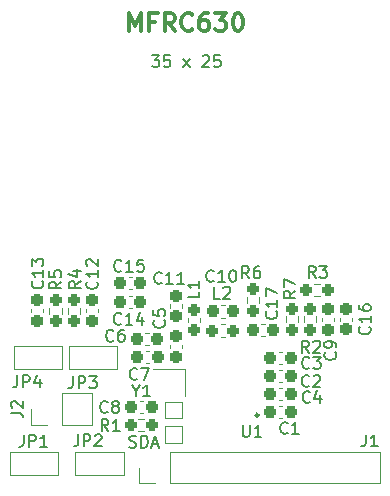
<source format=gto>
G04 #@! TF.GenerationSoftware,KiCad,Pcbnew,7.0.9*
G04 #@! TF.CreationDate,2024-04-20T19:04:57+02:00*
G04 #@! TF.ProjectId,NFC_Programmer,4e46435f-5072-46f6-9772-616d6d65722e,3.0*
G04 #@! TF.SameCoordinates,Original*
G04 #@! TF.FileFunction,Legend,Top*
G04 #@! TF.FilePolarity,Positive*
%FSLAX46Y46*%
G04 Gerber Fmt 4.6, Leading zero omitted, Abs format (unit mm)*
G04 Created by KiCad (PCBNEW 7.0.9) date 2024-04-20 19:04:57*
%MOMM*%
%LPD*%
G01*
G04 APERTURE LIST*
G04 Aperture macros list*
%AMRoundRect*
0 Rectangle with rounded corners*
0 $1 Rounding radius*
0 $2 $3 $4 $5 $6 $7 $8 $9 X,Y pos of 4 corners*
0 Add a 4 corners polygon primitive as box body*
4,1,4,$2,$3,$4,$5,$6,$7,$8,$9,$2,$3,0*
0 Add four circle primitives for the rounded corners*
1,1,$1+$1,$2,$3*
1,1,$1+$1,$4,$5*
1,1,$1+$1,$6,$7*
1,1,$1+$1,$8,$9*
0 Add four rect primitives between the rounded corners*
20,1,$1+$1,$2,$3,$4,$5,0*
20,1,$1+$1,$4,$5,$6,$7,0*
20,1,$1+$1,$6,$7,$8,$9,0*
20,1,$1+$1,$8,$9,$2,$3,0*%
G04 Aperture macros list end*
%ADD10C,0.153000*%
%ADD11C,0.300000*%
%ADD12C,0.120000*%
%ADD13C,0.250000*%
%ADD14RoundRect,0.237500X-0.237500X0.250000X-0.237500X-0.250000X0.237500X-0.250000X0.237500X0.250000X0*%
%ADD15RoundRect,0.237500X0.300000X0.237500X-0.300000X0.237500X-0.300000X-0.237500X0.300000X-0.237500X0*%
%ADD16RoundRect,0.237500X0.237500X-0.250000X0.237500X0.250000X-0.237500X0.250000X-0.237500X-0.250000X0*%
%ADD17R,1.000000X1.500000*%
%ADD18C,3.000000*%
%ADD19R,1.000000X1.000000*%
%ADD20R,1.700000X1.700000*%
%ADD21O,1.700000X1.700000*%
%ADD22RoundRect,0.237500X0.237500X-0.287500X0.237500X0.287500X-0.237500X0.287500X-0.237500X-0.287500X0*%
%ADD23R,0.900000X0.800000*%
%ADD24RoundRect,0.237500X0.237500X-0.300000X0.237500X0.300000X-0.237500X0.300000X-0.237500X-0.300000X0*%
%ADD25RoundRect,0.237500X-0.237500X0.300000X-0.237500X-0.300000X0.237500X-0.300000X0.237500X0.300000X0*%
%ADD26R,0.850000X0.300000*%
%ADD27R,0.300000X0.850000*%
%ADD28R,3.250000X3.250000*%
%ADD29RoundRect,0.237500X-0.300000X-0.237500X0.300000X-0.237500X0.300000X0.237500X-0.300000X0.237500X0*%
%ADD30RoundRect,0.237500X-0.250000X-0.237500X0.250000X-0.237500X0.250000X0.237500X-0.250000X0.237500X0*%
%ADD31RoundRect,0.237500X-0.287500X-0.237500X0.287500X-0.237500X0.287500X0.237500X-0.287500X0.237500X0*%
%ADD32RoundRect,0.237500X0.250000X0.237500X-0.250000X0.237500X-0.250000X-0.237500X0.250000X-0.237500X0*%
G04 APERTURE END LIST*
D10*
X137433514Y-73079663D02*
X138052561Y-73079663D01*
X138052561Y-73079663D02*
X137719228Y-73460615D01*
X137719228Y-73460615D02*
X137862085Y-73460615D01*
X137862085Y-73460615D02*
X137957323Y-73508234D01*
X137957323Y-73508234D02*
X138004942Y-73555853D01*
X138004942Y-73555853D02*
X138052561Y-73651091D01*
X138052561Y-73651091D02*
X138052561Y-73889186D01*
X138052561Y-73889186D02*
X138004942Y-73984424D01*
X138004942Y-73984424D02*
X137957323Y-74032044D01*
X137957323Y-74032044D02*
X137862085Y-74079663D01*
X137862085Y-74079663D02*
X137576371Y-74079663D01*
X137576371Y-74079663D02*
X137481133Y-74032044D01*
X137481133Y-74032044D02*
X137433514Y-73984424D01*
X138957323Y-73079663D02*
X138481133Y-73079663D01*
X138481133Y-73079663D02*
X138433514Y-73555853D01*
X138433514Y-73555853D02*
X138481133Y-73508234D01*
X138481133Y-73508234D02*
X138576371Y-73460615D01*
X138576371Y-73460615D02*
X138814466Y-73460615D01*
X138814466Y-73460615D02*
X138909704Y-73508234D01*
X138909704Y-73508234D02*
X138957323Y-73555853D01*
X138957323Y-73555853D02*
X139004942Y-73651091D01*
X139004942Y-73651091D02*
X139004942Y-73889186D01*
X139004942Y-73889186D02*
X138957323Y-73984424D01*
X138957323Y-73984424D02*
X138909704Y-74032044D01*
X138909704Y-74032044D02*
X138814466Y-74079663D01*
X138814466Y-74079663D02*
X138576371Y-74079663D01*
X138576371Y-74079663D02*
X138481133Y-74032044D01*
X138481133Y-74032044D02*
X138433514Y-73984424D01*
X140100181Y-74079663D02*
X140623990Y-73412996D01*
X140100181Y-73412996D02*
X140623990Y-74079663D01*
X141719229Y-73174901D02*
X141766848Y-73127282D01*
X141766848Y-73127282D02*
X141862086Y-73079663D01*
X141862086Y-73079663D02*
X142100181Y-73079663D01*
X142100181Y-73079663D02*
X142195419Y-73127282D01*
X142195419Y-73127282D02*
X142243038Y-73174901D01*
X142243038Y-73174901D02*
X142290657Y-73270139D01*
X142290657Y-73270139D02*
X142290657Y-73365377D01*
X142290657Y-73365377D02*
X142243038Y-73508234D01*
X142243038Y-73508234D02*
X141671610Y-74079663D01*
X141671610Y-74079663D02*
X142290657Y-74079663D01*
X143195419Y-73079663D02*
X142719229Y-73079663D01*
X142719229Y-73079663D02*
X142671610Y-73555853D01*
X142671610Y-73555853D02*
X142719229Y-73508234D01*
X142719229Y-73508234D02*
X142814467Y-73460615D01*
X142814467Y-73460615D02*
X143052562Y-73460615D01*
X143052562Y-73460615D02*
X143147800Y-73508234D01*
X143147800Y-73508234D02*
X143195419Y-73555853D01*
X143195419Y-73555853D02*
X143243038Y-73651091D01*
X143243038Y-73651091D02*
X143243038Y-73889186D01*
X143243038Y-73889186D02*
X143195419Y-73984424D01*
X143195419Y-73984424D02*
X143147800Y-74032044D01*
X143147800Y-74032044D02*
X143052562Y-74079663D01*
X143052562Y-74079663D02*
X142814467Y-74079663D01*
X142814467Y-74079663D02*
X142719229Y-74032044D01*
X142719229Y-74032044D02*
X142671610Y-73984424D01*
D11*
X135504510Y-71040828D02*
X135504510Y-69540828D01*
X135504510Y-69540828D02*
X136004510Y-70612257D01*
X136004510Y-70612257D02*
X136504510Y-69540828D01*
X136504510Y-69540828D02*
X136504510Y-71040828D01*
X137718796Y-70255114D02*
X137218796Y-70255114D01*
X137218796Y-71040828D02*
X137218796Y-69540828D01*
X137218796Y-69540828D02*
X137933082Y-69540828D01*
X139361653Y-71040828D02*
X138861653Y-70326542D01*
X138504510Y-71040828D02*
X138504510Y-69540828D01*
X138504510Y-69540828D02*
X139075939Y-69540828D01*
X139075939Y-69540828D02*
X139218796Y-69612257D01*
X139218796Y-69612257D02*
X139290225Y-69683685D01*
X139290225Y-69683685D02*
X139361653Y-69826542D01*
X139361653Y-69826542D02*
X139361653Y-70040828D01*
X139361653Y-70040828D02*
X139290225Y-70183685D01*
X139290225Y-70183685D02*
X139218796Y-70255114D01*
X139218796Y-70255114D02*
X139075939Y-70326542D01*
X139075939Y-70326542D02*
X138504510Y-70326542D01*
X140861653Y-70897971D02*
X140790225Y-70969400D01*
X140790225Y-70969400D02*
X140575939Y-71040828D01*
X140575939Y-71040828D02*
X140433082Y-71040828D01*
X140433082Y-71040828D02*
X140218796Y-70969400D01*
X140218796Y-70969400D02*
X140075939Y-70826542D01*
X140075939Y-70826542D02*
X140004510Y-70683685D01*
X140004510Y-70683685D02*
X139933082Y-70397971D01*
X139933082Y-70397971D02*
X139933082Y-70183685D01*
X139933082Y-70183685D02*
X140004510Y-69897971D01*
X140004510Y-69897971D02*
X140075939Y-69755114D01*
X140075939Y-69755114D02*
X140218796Y-69612257D01*
X140218796Y-69612257D02*
X140433082Y-69540828D01*
X140433082Y-69540828D02*
X140575939Y-69540828D01*
X140575939Y-69540828D02*
X140790225Y-69612257D01*
X140790225Y-69612257D02*
X140861653Y-69683685D01*
X142147368Y-69540828D02*
X141861653Y-69540828D01*
X141861653Y-69540828D02*
X141718796Y-69612257D01*
X141718796Y-69612257D02*
X141647368Y-69683685D01*
X141647368Y-69683685D02*
X141504510Y-69897971D01*
X141504510Y-69897971D02*
X141433082Y-70183685D01*
X141433082Y-70183685D02*
X141433082Y-70755114D01*
X141433082Y-70755114D02*
X141504510Y-70897971D01*
X141504510Y-70897971D02*
X141575939Y-70969400D01*
X141575939Y-70969400D02*
X141718796Y-71040828D01*
X141718796Y-71040828D02*
X142004510Y-71040828D01*
X142004510Y-71040828D02*
X142147368Y-70969400D01*
X142147368Y-70969400D02*
X142218796Y-70897971D01*
X142218796Y-70897971D02*
X142290225Y-70755114D01*
X142290225Y-70755114D02*
X142290225Y-70397971D01*
X142290225Y-70397971D02*
X142218796Y-70255114D01*
X142218796Y-70255114D02*
X142147368Y-70183685D01*
X142147368Y-70183685D02*
X142004510Y-70112257D01*
X142004510Y-70112257D02*
X141718796Y-70112257D01*
X141718796Y-70112257D02*
X141575939Y-70183685D01*
X141575939Y-70183685D02*
X141504510Y-70255114D01*
X141504510Y-70255114D02*
X141433082Y-70397971D01*
X142790224Y-69540828D02*
X143718796Y-69540828D01*
X143718796Y-69540828D02*
X143218796Y-70112257D01*
X143218796Y-70112257D02*
X143433081Y-70112257D01*
X143433081Y-70112257D02*
X143575939Y-70183685D01*
X143575939Y-70183685D02*
X143647367Y-70255114D01*
X143647367Y-70255114D02*
X143718796Y-70397971D01*
X143718796Y-70397971D02*
X143718796Y-70755114D01*
X143718796Y-70755114D02*
X143647367Y-70897971D01*
X143647367Y-70897971D02*
X143575939Y-70969400D01*
X143575939Y-70969400D02*
X143433081Y-71040828D01*
X143433081Y-71040828D02*
X143004510Y-71040828D01*
X143004510Y-71040828D02*
X142861653Y-70969400D01*
X142861653Y-70969400D02*
X142790224Y-70897971D01*
X144647367Y-69540828D02*
X144790224Y-69540828D01*
X144790224Y-69540828D02*
X144933081Y-69612257D01*
X144933081Y-69612257D02*
X145004510Y-69683685D01*
X145004510Y-69683685D02*
X145075938Y-69826542D01*
X145075938Y-69826542D02*
X145147367Y-70112257D01*
X145147367Y-70112257D02*
X145147367Y-70469400D01*
X145147367Y-70469400D02*
X145075938Y-70755114D01*
X145075938Y-70755114D02*
X145004510Y-70897971D01*
X145004510Y-70897971D02*
X144933081Y-70969400D01*
X144933081Y-70969400D02*
X144790224Y-71040828D01*
X144790224Y-71040828D02*
X144647367Y-71040828D01*
X144647367Y-71040828D02*
X144504510Y-70969400D01*
X144504510Y-70969400D02*
X144433081Y-70897971D01*
X144433081Y-70897971D02*
X144361652Y-70755114D01*
X144361652Y-70755114D02*
X144290224Y-70469400D01*
X144290224Y-70469400D02*
X144290224Y-70112257D01*
X144290224Y-70112257D02*
X144361652Y-69826542D01*
X144361652Y-69826542D02*
X144433081Y-69683685D01*
X144433081Y-69683685D02*
X144504510Y-69612257D01*
X144504510Y-69612257D02*
X144647367Y-69540828D01*
D10*
X150728333Y-98264663D02*
X150395000Y-97788472D01*
X150156905Y-98264663D02*
X150156905Y-97264663D01*
X150156905Y-97264663D02*
X150537857Y-97264663D01*
X150537857Y-97264663D02*
X150633095Y-97312282D01*
X150633095Y-97312282D02*
X150680714Y-97359901D01*
X150680714Y-97359901D02*
X150728333Y-97455139D01*
X150728333Y-97455139D02*
X150728333Y-97597996D01*
X150728333Y-97597996D02*
X150680714Y-97693234D01*
X150680714Y-97693234D02*
X150633095Y-97740853D01*
X150633095Y-97740853D02*
X150537857Y-97788472D01*
X150537857Y-97788472D02*
X150156905Y-97788472D01*
X151109286Y-97359901D02*
X151156905Y-97312282D01*
X151156905Y-97312282D02*
X151252143Y-97264663D01*
X151252143Y-97264663D02*
X151490238Y-97264663D01*
X151490238Y-97264663D02*
X151585476Y-97312282D01*
X151585476Y-97312282D02*
X151633095Y-97359901D01*
X151633095Y-97359901D02*
X151680714Y-97455139D01*
X151680714Y-97455139D02*
X151680714Y-97550377D01*
X151680714Y-97550377D02*
X151633095Y-97693234D01*
X151633095Y-97693234D02*
X151061667Y-98264663D01*
X151061667Y-98264663D02*
X151680714Y-98264663D01*
X147963674Y-94782857D02*
X148011294Y-94830476D01*
X148011294Y-94830476D02*
X148058913Y-94973333D01*
X148058913Y-94973333D02*
X148058913Y-95068571D01*
X148058913Y-95068571D02*
X148011294Y-95211428D01*
X148011294Y-95211428D02*
X147916055Y-95306666D01*
X147916055Y-95306666D02*
X147820817Y-95354285D01*
X147820817Y-95354285D02*
X147630341Y-95401904D01*
X147630341Y-95401904D02*
X147487484Y-95401904D01*
X147487484Y-95401904D02*
X147297008Y-95354285D01*
X147297008Y-95354285D02*
X147201770Y-95306666D01*
X147201770Y-95306666D02*
X147106532Y-95211428D01*
X147106532Y-95211428D02*
X147058913Y-95068571D01*
X147058913Y-95068571D02*
X147058913Y-94973333D01*
X147058913Y-94973333D02*
X147106532Y-94830476D01*
X147106532Y-94830476D02*
X147154151Y-94782857D01*
X148058913Y-93830476D02*
X148058913Y-94401904D01*
X148058913Y-94116190D02*
X147058913Y-94116190D01*
X147058913Y-94116190D02*
X147201770Y-94211428D01*
X147201770Y-94211428D02*
X147297008Y-94306666D01*
X147297008Y-94306666D02*
X147344627Y-94401904D01*
X147058913Y-93497142D02*
X147058913Y-92830476D01*
X147058913Y-92830476D02*
X148058913Y-93259047D01*
X145657583Y-91974663D02*
X145324250Y-91498472D01*
X145086155Y-91974663D02*
X145086155Y-90974663D01*
X145086155Y-90974663D02*
X145467107Y-90974663D01*
X145467107Y-90974663D02*
X145562345Y-91022282D01*
X145562345Y-91022282D02*
X145609964Y-91069901D01*
X145609964Y-91069901D02*
X145657583Y-91165139D01*
X145657583Y-91165139D02*
X145657583Y-91307996D01*
X145657583Y-91307996D02*
X145609964Y-91403234D01*
X145609964Y-91403234D02*
X145562345Y-91450853D01*
X145562345Y-91450853D02*
X145467107Y-91498472D01*
X145467107Y-91498472D02*
X145086155Y-91498472D01*
X146514726Y-90974663D02*
X146324250Y-90974663D01*
X146324250Y-90974663D02*
X146229012Y-91022282D01*
X146229012Y-91022282D02*
X146181393Y-91069901D01*
X146181393Y-91069901D02*
X146086155Y-91212758D01*
X146086155Y-91212758D02*
X146038536Y-91403234D01*
X146038536Y-91403234D02*
X146038536Y-91784186D01*
X146038536Y-91784186D02*
X146086155Y-91879424D01*
X146086155Y-91879424D02*
X146133774Y-91927044D01*
X146133774Y-91927044D02*
X146229012Y-91974663D01*
X146229012Y-91974663D02*
X146419488Y-91974663D01*
X146419488Y-91974663D02*
X146514726Y-91927044D01*
X146514726Y-91927044D02*
X146562345Y-91879424D01*
X146562345Y-91879424D02*
X146609964Y-91784186D01*
X146609964Y-91784186D02*
X146609964Y-91546091D01*
X146609964Y-91546091D02*
X146562345Y-91450853D01*
X146562345Y-91450853D02*
X146514726Y-91403234D01*
X146514726Y-91403234D02*
X146419488Y-91355615D01*
X146419488Y-91355615D02*
X146229012Y-91355615D01*
X146229012Y-91355615D02*
X146133774Y-91403234D01*
X146133774Y-91403234D02*
X146086155Y-91450853D01*
X146086155Y-91450853D02*
X146038536Y-91546091D01*
X130751666Y-100284663D02*
X130751666Y-100998948D01*
X130751666Y-100998948D02*
X130704047Y-101141805D01*
X130704047Y-101141805D02*
X130608809Y-101237044D01*
X130608809Y-101237044D02*
X130465952Y-101284663D01*
X130465952Y-101284663D02*
X130370714Y-101284663D01*
X131227857Y-101284663D02*
X131227857Y-100284663D01*
X131227857Y-100284663D02*
X131608809Y-100284663D01*
X131608809Y-100284663D02*
X131704047Y-100332282D01*
X131704047Y-100332282D02*
X131751666Y-100379901D01*
X131751666Y-100379901D02*
X131799285Y-100475139D01*
X131799285Y-100475139D02*
X131799285Y-100617996D01*
X131799285Y-100617996D02*
X131751666Y-100713234D01*
X131751666Y-100713234D02*
X131704047Y-100760853D01*
X131704047Y-100760853D02*
X131608809Y-100808472D01*
X131608809Y-100808472D02*
X131227857Y-100808472D01*
X132132619Y-100284663D02*
X132751666Y-100284663D01*
X132751666Y-100284663D02*
X132418333Y-100665615D01*
X132418333Y-100665615D02*
X132561190Y-100665615D01*
X132561190Y-100665615D02*
X132656428Y-100713234D01*
X132656428Y-100713234D02*
X132704047Y-100760853D01*
X132704047Y-100760853D02*
X132751666Y-100856091D01*
X132751666Y-100856091D02*
X132751666Y-101094186D01*
X132751666Y-101094186D02*
X132704047Y-101189424D01*
X132704047Y-101189424D02*
X132656428Y-101237044D01*
X132656428Y-101237044D02*
X132561190Y-101284663D01*
X132561190Y-101284663D02*
X132275476Y-101284663D01*
X132275476Y-101284663D02*
X132180238Y-101237044D01*
X132180238Y-101237044D02*
X132132619Y-101189424D01*
X135535714Y-106267044D02*
X135678571Y-106314663D01*
X135678571Y-106314663D02*
X135916666Y-106314663D01*
X135916666Y-106314663D02*
X136011904Y-106267044D01*
X136011904Y-106267044D02*
X136059523Y-106219424D01*
X136059523Y-106219424D02*
X136107142Y-106124186D01*
X136107142Y-106124186D02*
X136107142Y-106028948D01*
X136107142Y-106028948D02*
X136059523Y-105933710D01*
X136059523Y-105933710D02*
X136011904Y-105886091D01*
X136011904Y-105886091D02*
X135916666Y-105838472D01*
X135916666Y-105838472D02*
X135726190Y-105790853D01*
X135726190Y-105790853D02*
X135630952Y-105743234D01*
X135630952Y-105743234D02*
X135583333Y-105695615D01*
X135583333Y-105695615D02*
X135535714Y-105600377D01*
X135535714Y-105600377D02*
X135535714Y-105505139D01*
X135535714Y-105505139D02*
X135583333Y-105409901D01*
X135583333Y-105409901D02*
X135630952Y-105362282D01*
X135630952Y-105362282D02*
X135726190Y-105314663D01*
X135726190Y-105314663D02*
X135964285Y-105314663D01*
X135964285Y-105314663D02*
X136107142Y-105362282D01*
X136535714Y-106314663D02*
X136535714Y-105314663D01*
X136535714Y-105314663D02*
X136773809Y-105314663D01*
X136773809Y-105314663D02*
X136916666Y-105362282D01*
X136916666Y-105362282D02*
X137011904Y-105457520D01*
X137011904Y-105457520D02*
X137059523Y-105552758D01*
X137059523Y-105552758D02*
X137107142Y-105743234D01*
X137107142Y-105743234D02*
X137107142Y-105886091D01*
X137107142Y-105886091D02*
X137059523Y-106076567D01*
X137059523Y-106076567D02*
X137011904Y-106171805D01*
X137011904Y-106171805D02*
X136916666Y-106267044D01*
X136916666Y-106267044D02*
X136773809Y-106314663D01*
X136773809Y-106314663D02*
X136535714Y-106314663D01*
X137488095Y-106028948D02*
X137964285Y-106028948D01*
X137392857Y-106314663D02*
X137726190Y-105314663D01*
X137726190Y-105314663D02*
X138059523Y-106314663D01*
X134173333Y-97239424D02*
X134125714Y-97287044D01*
X134125714Y-97287044D02*
X133982857Y-97334663D01*
X133982857Y-97334663D02*
X133887619Y-97334663D01*
X133887619Y-97334663D02*
X133744762Y-97287044D01*
X133744762Y-97287044D02*
X133649524Y-97191805D01*
X133649524Y-97191805D02*
X133601905Y-97096567D01*
X133601905Y-97096567D02*
X133554286Y-96906091D01*
X133554286Y-96906091D02*
X133554286Y-96763234D01*
X133554286Y-96763234D02*
X133601905Y-96572758D01*
X133601905Y-96572758D02*
X133649524Y-96477520D01*
X133649524Y-96477520D02*
X133744762Y-96382282D01*
X133744762Y-96382282D02*
X133887619Y-96334663D01*
X133887619Y-96334663D02*
X133982857Y-96334663D01*
X133982857Y-96334663D02*
X134125714Y-96382282D01*
X134125714Y-96382282D02*
X134173333Y-96429901D01*
X135030476Y-96334663D02*
X134840000Y-96334663D01*
X134840000Y-96334663D02*
X134744762Y-96382282D01*
X134744762Y-96382282D02*
X134697143Y-96429901D01*
X134697143Y-96429901D02*
X134601905Y-96572758D01*
X134601905Y-96572758D02*
X134554286Y-96763234D01*
X134554286Y-96763234D02*
X134554286Y-97144186D01*
X134554286Y-97144186D02*
X134601905Y-97239424D01*
X134601905Y-97239424D02*
X134649524Y-97287044D01*
X134649524Y-97287044D02*
X134744762Y-97334663D01*
X134744762Y-97334663D02*
X134935238Y-97334663D01*
X134935238Y-97334663D02*
X135030476Y-97287044D01*
X135030476Y-97287044D02*
X135078095Y-97239424D01*
X135078095Y-97239424D02*
X135125714Y-97144186D01*
X135125714Y-97144186D02*
X135125714Y-96906091D01*
X135125714Y-96906091D02*
X135078095Y-96810853D01*
X135078095Y-96810853D02*
X135030476Y-96763234D01*
X135030476Y-96763234D02*
X134935238Y-96715615D01*
X134935238Y-96715615D02*
X134744762Y-96715615D01*
X134744762Y-96715615D02*
X134649524Y-96763234D01*
X134649524Y-96763234D02*
X134601905Y-96810853D01*
X134601905Y-96810853D02*
X134554286Y-96906091D01*
X125514663Y-103383333D02*
X126228948Y-103383333D01*
X126228948Y-103383333D02*
X126371805Y-103430952D01*
X126371805Y-103430952D02*
X126467044Y-103526190D01*
X126467044Y-103526190D02*
X126514663Y-103669047D01*
X126514663Y-103669047D02*
X126514663Y-103764285D01*
X125609901Y-102954761D02*
X125562282Y-102907142D01*
X125562282Y-102907142D02*
X125514663Y-102811904D01*
X125514663Y-102811904D02*
X125514663Y-102573809D01*
X125514663Y-102573809D02*
X125562282Y-102478571D01*
X125562282Y-102478571D02*
X125609901Y-102430952D01*
X125609901Y-102430952D02*
X125705139Y-102383333D01*
X125705139Y-102383333D02*
X125800377Y-102383333D01*
X125800377Y-102383333D02*
X125943234Y-102430952D01*
X125943234Y-102430952D02*
X126514663Y-103002380D01*
X126514663Y-103002380D02*
X126514663Y-102383333D01*
X141448913Y-93101666D02*
X141448913Y-93577856D01*
X141448913Y-93577856D02*
X140448913Y-93577856D01*
X141448913Y-92244523D02*
X141448913Y-92815951D01*
X141448913Y-92530237D02*
X140448913Y-92530237D01*
X140448913Y-92530237D02*
X140591770Y-92625475D01*
X140591770Y-92625475D02*
X140687008Y-92720713D01*
X140687008Y-92720713D02*
X140734627Y-92815951D01*
X134827142Y-95809424D02*
X134779523Y-95857044D01*
X134779523Y-95857044D02*
X134636666Y-95904663D01*
X134636666Y-95904663D02*
X134541428Y-95904663D01*
X134541428Y-95904663D02*
X134398571Y-95857044D01*
X134398571Y-95857044D02*
X134303333Y-95761805D01*
X134303333Y-95761805D02*
X134255714Y-95666567D01*
X134255714Y-95666567D02*
X134208095Y-95476091D01*
X134208095Y-95476091D02*
X134208095Y-95333234D01*
X134208095Y-95333234D02*
X134255714Y-95142758D01*
X134255714Y-95142758D02*
X134303333Y-95047520D01*
X134303333Y-95047520D02*
X134398571Y-94952282D01*
X134398571Y-94952282D02*
X134541428Y-94904663D01*
X134541428Y-94904663D02*
X134636666Y-94904663D01*
X134636666Y-94904663D02*
X134779523Y-94952282D01*
X134779523Y-94952282D02*
X134827142Y-94999901D01*
X135779523Y-95904663D02*
X135208095Y-95904663D01*
X135493809Y-95904663D02*
X135493809Y-94904663D01*
X135493809Y-94904663D02*
X135398571Y-95047520D01*
X135398571Y-95047520D02*
X135303333Y-95142758D01*
X135303333Y-95142758D02*
X135208095Y-95190377D01*
X136636666Y-95237996D02*
X136636666Y-95904663D01*
X136398571Y-94857044D02*
X136160476Y-95571329D01*
X136160476Y-95571329D02*
X136779523Y-95571329D01*
X136085559Y-101498472D02*
X136085559Y-101974663D01*
X135752226Y-100974663D02*
X136085559Y-101498472D01*
X136085559Y-101498472D02*
X136418892Y-100974663D01*
X137276035Y-101974663D02*
X136704607Y-101974663D01*
X136990321Y-101974663D02*
X136990321Y-100974663D01*
X136990321Y-100974663D02*
X136895083Y-101117520D01*
X136895083Y-101117520D02*
X136799845Y-101212758D01*
X136799845Y-101212758D02*
X136704607Y-101260377D01*
X138454424Y-95536666D02*
X138502044Y-95584285D01*
X138502044Y-95584285D02*
X138549663Y-95727142D01*
X138549663Y-95727142D02*
X138549663Y-95822380D01*
X138549663Y-95822380D02*
X138502044Y-95965237D01*
X138502044Y-95965237D02*
X138406805Y-96060475D01*
X138406805Y-96060475D02*
X138311567Y-96108094D01*
X138311567Y-96108094D02*
X138121091Y-96155713D01*
X138121091Y-96155713D02*
X137978234Y-96155713D01*
X137978234Y-96155713D02*
X137787758Y-96108094D01*
X137787758Y-96108094D02*
X137692520Y-96060475D01*
X137692520Y-96060475D02*
X137597282Y-95965237D01*
X137597282Y-95965237D02*
X137549663Y-95822380D01*
X137549663Y-95822380D02*
X137549663Y-95727142D01*
X137549663Y-95727142D02*
X137597282Y-95584285D01*
X137597282Y-95584285D02*
X137644901Y-95536666D01*
X137549663Y-94631904D02*
X137549663Y-95108094D01*
X137549663Y-95108094D02*
X138025853Y-95155713D01*
X138025853Y-95155713D02*
X137978234Y-95108094D01*
X137978234Y-95108094D02*
X137930615Y-95012856D01*
X137930615Y-95012856D02*
X137930615Y-94774761D01*
X137930615Y-94774761D02*
X137978234Y-94679523D01*
X137978234Y-94679523D02*
X138025853Y-94631904D01*
X138025853Y-94631904D02*
X138121091Y-94584285D01*
X138121091Y-94584285D02*
X138359186Y-94584285D01*
X138359186Y-94584285D02*
X138454424Y-94631904D01*
X138454424Y-94631904D02*
X138502044Y-94679523D01*
X138502044Y-94679523D02*
X138549663Y-94774761D01*
X138549663Y-94774761D02*
X138549663Y-95012856D01*
X138549663Y-95012856D02*
X138502044Y-95108094D01*
X138502044Y-95108094D02*
X138454424Y-95155713D01*
X138251392Y-92359424D02*
X138203773Y-92407044D01*
X138203773Y-92407044D02*
X138060916Y-92454663D01*
X138060916Y-92454663D02*
X137965678Y-92454663D01*
X137965678Y-92454663D02*
X137822821Y-92407044D01*
X137822821Y-92407044D02*
X137727583Y-92311805D01*
X137727583Y-92311805D02*
X137679964Y-92216567D01*
X137679964Y-92216567D02*
X137632345Y-92026091D01*
X137632345Y-92026091D02*
X137632345Y-91883234D01*
X137632345Y-91883234D02*
X137679964Y-91692758D01*
X137679964Y-91692758D02*
X137727583Y-91597520D01*
X137727583Y-91597520D02*
X137822821Y-91502282D01*
X137822821Y-91502282D02*
X137965678Y-91454663D01*
X137965678Y-91454663D02*
X138060916Y-91454663D01*
X138060916Y-91454663D02*
X138203773Y-91502282D01*
X138203773Y-91502282D02*
X138251392Y-91549901D01*
X139203773Y-92454663D02*
X138632345Y-92454663D01*
X138918059Y-92454663D02*
X138918059Y-91454663D01*
X138918059Y-91454663D02*
X138822821Y-91597520D01*
X138822821Y-91597520D02*
X138727583Y-91692758D01*
X138727583Y-91692758D02*
X138632345Y-91740377D01*
X140156154Y-92454663D02*
X139584726Y-92454663D01*
X139870440Y-92454663D02*
X139870440Y-91454663D01*
X139870440Y-91454663D02*
X139775202Y-91597520D01*
X139775202Y-91597520D02*
X139679964Y-91692758D01*
X139679964Y-91692758D02*
X139584726Y-91740377D01*
X145128095Y-104384663D02*
X145128095Y-105194186D01*
X145128095Y-105194186D02*
X145175714Y-105289424D01*
X145175714Y-105289424D02*
X145223333Y-105337044D01*
X145223333Y-105337044D02*
X145318571Y-105384663D01*
X145318571Y-105384663D02*
X145509047Y-105384663D01*
X145509047Y-105384663D02*
X145604285Y-105337044D01*
X145604285Y-105337044D02*
X145651904Y-105289424D01*
X145651904Y-105289424D02*
X145699523Y-105194186D01*
X145699523Y-105194186D02*
X145699523Y-104384663D01*
X146699523Y-105384663D02*
X146128095Y-105384663D01*
X146413809Y-105384663D02*
X146413809Y-104384663D01*
X146413809Y-104384663D02*
X146318571Y-104527520D01*
X146318571Y-104527520D02*
X146223333Y-104622758D01*
X146223333Y-104622758D02*
X146128095Y-104670377D01*
X155546666Y-105214663D02*
X155546666Y-105928948D01*
X155546666Y-105928948D02*
X155499047Y-106071805D01*
X155499047Y-106071805D02*
X155403809Y-106167044D01*
X155403809Y-106167044D02*
X155260952Y-106214663D01*
X155260952Y-106214663D02*
X155165714Y-106214663D01*
X156546666Y-106214663D02*
X155975238Y-106214663D01*
X156260952Y-106214663D02*
X156260952Y-105214663D01*
X156260952Y-105214663D02*
X156165714Y-105357520D01*
X156165714Y-105357520D02*
X156070476Y-105452758D01*
X156070476Y-105452758D02*
X155975238Y-105500377D01*
X131389663Y-92229166D02*
X130913472Y-92562499D01*
X131389663Y-92800594D02*
X130389663Y-92800594D01*
X130389663Y-92800594D02*
X130389663Y-92419642D01*
X130389663Y-92419642D02*
X130437282Y-92324404D01*
X130437282Y-92324404D02*
X130484901Y-92276785D01*
X130484901Y-92276785D02*
X130580139Y-92229166D01*
X130580139Y-92229166D02*
X130722996Y-92229166D01*
X130722996Y-92229166D02*
X130818234Y-92276785D01*
X130818234Y-92276785D02*
X130865853Y-92324404D01*
X130865853Y-92324404D02*
X130913472Y-92419642D01*
X130913472Y-92419642D02*
X130913472Y-92800594D01*
X130722996Y-91372023D02*
X131389663Y-91372023D01*
X130342044Y-91610118D02*
X131056329Y-91848213D01*
X131056329Y-91848213D02*
X131056329Y-91229166D01*
X152944424Y-98246666D02*
X152992044Y-98294285D01*
X152992044Y-98294285D02*
X153039663Y-98437142D01*
X153039663Y-98437142D02*
X153039663Y-98532380D01*
X153039663Y-98532380D02*
X152992044Y-98675237D01*
X152992044Y-98675237D02*
X152896805Y-98770475D01*
X152896805Y-98770475D02*
X152801567Y-98818094D01*
X152801567Y-98818094D02*
X152611091Y-98865713D01*
X152611091Y-98865713D02*
X152468234Y-98865713D01*
X152468234Y-98865713D02*
X152277758Y-98818094D01*
X152277758Y-98818094D02*
X152182520Y-98770475D01*
X152182520Y-98770475D02*
X152087282Y-98675237D01*
X152087282Y-98675237D02*
X152039663Y-98532380D01*
X152039663Y-98532380D02*
X152039663Y-98437142D01*
X152039663Y-98437142D02*
X152087282Y-98294285D01*
X152087282Y-98294285D02*
X152134901Y-98246666D01*
X153039663Y-97770475D02*
X153039663Y-97579999D01*
X153039663Y-97579999D02*
X152992044Y-97484761D01*
X152992044Y-97484761D02*
X152944424Y-97437142D01*
X152944424Y-97437142D02*
X152801567Y-97341904D01*
X152801567Y-97341904D02*
X152611091Y-97294285D01*
X152611091Y-97294285D02*
X152230139Y-97294285D01*
X152230139Y-97294285D02*
X152134901Y-97341904D01*
X152134901Y-97341904D02*
X152087282Y-97389523D01*
X152087282Y-97389523D02*
X152039663Y-97484761D01*
X152039663Y-97484761D02*
X152039663Y-97675237D01*
X152039663Y-97675237D02*
X152087282Y-97770475D01*
X152087282Y-97770475D02*
X152134901Y-97818094D01*
X152134901Y-97818094D02*
X152230139Y-97865713D01*
X152230139Y-97865713D02*
X152468234Y-97865713D01*
X152468234Y-97865713D02*
X152563472Y-97818094D01*
X152563472Y-97818094D02*
X152611091Y-97770475D01*
X152611091Y-97770475D02*
X152658710Y-97675237D01*
X152658710Y-97675237D02*
X152658710Y-97484761D01*
X152658710Y-97484761D02*
X152611091Y-97389523D01*
X152611091Y-97389523D02*
X152563472Y-97341904D01*
X152563472Y-97341904D02*
X152468234Y-97294285D01*
X134857142Y-91319424D02*
X134809523Y-91367044D01*
X134809523Y-91367044D02*
X134666666Y-91414663D01*
X134666666Y-91414663D02*
X134571428Y-91414663D01*
X134571428Y-91414663D02*
X134428571Y-91367044D01*
X134428571Y-91367044D02*
X134333333Y-91271805D01*
X134333333Y-91271805D02*
X134285714Y-91176567D01*
X134285714Y-91176567D02*
X134238095Y-90986091D01*
X134238095Y-90986091D02*
X134238095Y-90843234D01*
X134238095Y-90843234D02*
X134285714Y-90652758D01*
X134285714Y-90652758D02*
X134333333Y-90557520D01*
X134333333Y-90557520D02*
X134428571Y-90462282D01*
X134428571Y-90462282D02*
X134571428Y-90414663D01*
X134571428Y-90414663D02*
X134666666Y-90414663D01*
X134666666Y-90414663D02*
X134809523Y-90462282D01*
X134809523Y-90462282D02*
X134857142Y-90509901D01*
X135809523Y-91414663D02*
X135238095Y-91414663D01*
X135523809Y-91414663D02*
X135523809Y-90414663D01*
X135523809Y-90414663D02*
X135428571Y-90557520D01*
X135428571Y-90557520D02*
X135333333Y-90652758D01*
X135333333Y-90652758D02*
X135238095Y-90700377D01*
X136714285Y-90414663D02*
X136238095Y-90414663D01*
X136238095Y-90414663D02*
X136190476Y-90890853D01*
X136190476Y-90890853D02*
X136238095Y-90843234D01*
X136238095Y-90843234D02*
X136333333Y-90795615D01*
X136333333Y-90795615D02*
X136571428Y-90795615D01*
X136571428Y-90795615D02*
X136666666Y-90843234D01*
X136666666Y-90843234D02*
X136714285Y-90890853D01*
X136714285Y-90890853D02*
X136761904Y-90986091D01*
X136761904Y-90986091D02*
X136761904Y-91224186D01*
X136761904Y-91224186D02*
X136714285Y-91319424D01*
X136714285Y-91319424D02*
X136666666Y-91367044D01*
X136666666Y-91367044D02*
X136571428Y-91414663D01*
X136571428Y-91414663D02*
X136333333Y-91414663D01*
X136333333Y-91414663D02*
X136238095Y-91367044D01*
X136238095Y-91367044D02*
X136190476Y-91319424D01*
X150773333Y-99539424D02*
X150725714Y-99587044D01*
X150725714Y-99587044D02*
X150582857Y-99634663D01*
X150582857Y-99634663D02*
X150487619Y-99634663D01*
X150487619Y-99634663D02*
X150344762Y-99587044D01*
X150344762Y-99587044D02*
X150249524Y-99491805D01*
X150249524Y-99491805D02*
X150201905Y-99396567D01*
X150201905Y-99396567D02*
X150154286Y-99206091D01*
X150154286Y-99206091D02*
X150154286Y-99063234D01*
X150154286Y-99063234D02*
X150201905Y-98872758D01*
X150201905Y-98872758D02*
X150249524Y-98777520D01*
X150249524Y-98777520D02*
X150344762Y-98682282D01*
X150344762Y-98682282D02*
X150487619Y-98634663D01*
X150487619Y-98634663D02*
X150582857Y-98634663D01*
X150582857Y-98634663D02*
X150725714Y-98682282D01*
X150725714Y-98682282D02*
X150773333Y-98729901D01*
X151106667Y-98634663D02*
X151725714Y-98634663D01*
X151725714Y-98634663D02*
X151392381Y-99015615D01*
X151392381Y-99015615D02*
X151535238Y-99015615D01*
X151535238Y-99015615D02*
X151630476Y-99063234D01*
X151630476Y-99063234D02*
X151678095Y-99110853D01*
X151678095Y-99110853D02*
X151725714Y-99206091D01*
X151725714Y-99206091D02*
X151725714Y-99444186D01*
X151725714Y-99444186D02*
X151678095Y-99539424D01*
X151678095Y-99539424D02*
X151630476Y-99587044D01*
X151630476Y-99587044D02*
X151535238Y-99634663D01*
X151535238Y-99634663D02*
X151249524Y-99634663D01*
X151249524Y-99634663D02*
X151154286Y-99587044D01*
X151154286Y-99587044D02*
X151106667Y-99539424D01*
X150753333Y-101069424D02*
X150705714Y-101117044D01*
X150705714Y-101117044D02*
X150562857Y-101164663D01*
X150562857Y-101164663D02*
X150467619Y-101164663D01*
X150467619Y-101164663D02*
X150324762Y-101117044D01*
X150324762Y-101117044D02*
X150229524Y-101021805D01*
X150229524Y-101021805D02*
X150181905Y-100926567D01*
X150181905Y-100926567D02*
X150134286Y-100736091D01*
X150134286Y-100736091D02*
X150134286Y-100593234D01*
X150134286Y-100593234D02*
X150181905Y-100402758D01*
X150181905Y-100402758D02*
X150229524Y-100307520D01*
X150229524Y-100307520D02*
X150324762Y-100212282D01*
X150324762Y-100212282D02*
X150467619Y-100164663D01*
X150467619Y-100164663D02*
X150562857Y-100164663D01*
X150562857Y-100164663D02*
X150705714Y-100212282D01*
X150705714Y-100212282D02*
X150753333Y-100259901D01*
X151134286Y-100259901D02*
X151181905Y-100212282D01*
X151181905Y-100212282D02*
X151277143Y-100164663D01*
X151277143Y-100164663D02*
X151515238Y-100164663D01*
X151515238Y-100164663D02*
X151610476Y-100212282D01*
X151610476Y-100212282D02*
X151658095Y-100259901D01*
X151658095Y-100259901D02*
X151705714Y-100355139D01*
X151705714Y-100355139D02*
X151705714Y-100450377D01*
X151705714Y-100450377D02*
X151658095Y-100593234D01*
X151658095Y-100593234D02*
X151086667Y-101164663D01*
X151086667Y-101164663D02*
X151705714Y-101164663D01*
X149589663Y-93036666D02*
X149113472Y-93369999D01*
X149589663Y-93608094D02*
X148589663Y-93608094D01*
X148589663Y-93608094D02*
X148589663Y-93227142D01*
X148589663Y-93227142D02*
X148637282Y-93131904D01*
X148637282Y-93131904D02*
X148684901Y-93084285D01*
X148684901Y-93084285D02*
X148780139Y-93036666D01*
X148780139Y-93036666D02*
X148922996Y-93036666D01*
X148922996Y-93036666D02*
X149018234Y-93084285D01*
X149018234Y-93084285D02*
X149065853Y-93131904D01*
X149065853Y-93131904D02*
X149113472Y-93227142D01*
X149113472Y-93227142D02*
X149113472Y-93608094D01*
X148589663Y-92703332D02*
X148589663Y-92036666D01*
X148589663Y-92036666D02*
X149589663Y-92465237D01*
X155854424Y-96082857D02*
X155902044Y-96130476D01*
X155902044Y-96130476D02*
X155949663Y-96273333D01*
X155949663Y-96273333D02*
X155949663Y-96368571D01*
X155949663Y-96368571D02*
X155902044Y-96511428D01*
X155902044Y-96511428D02*
X155806805Y-96606666D01*
X155806805Y-96606666D02*
X155711567Y-96654285D01*
X155711567Y-96654285D02*
X155521091Y-96701904D01*
X155521091Y-96701904D02*
X155378234Y-96701904D01*
X155378234Y-96701904D02*
X155187758Y-96654285D01*
X155187758Y-96654285D02*
X155092520Y-96606666D01*
X155092520Y-96606666D02*
X154997282Y-96511428D01*
X154997282Y-96511428D02*
X154949663Y-96368571D01*
X154949663Y-96368571D02*
X154949663Y-96273333D01*
X154949663Y-96273333D02*
X154997282Y-96130476D01*
X154997282Y-96130476D02*
X155044901Y-96082857D01*
X155949663Y-95130476D02*
X155949663Y-95701904D01*
X155949663Y-95416190D02*
X154949663Y-95416190D01*
X154949663Y-95416190D02*
X155092520Y-95511428D01*
X155092520Y-95511428D02*
X155187758Y-95606666D01*
X155187758Y-95606666D02*
X155235377Y-95701904D01*
X154949663Y-94273333D02*
X154949663Y-94463809D01*
X154949663Y-94463809D02*
X154997282Y-94559047D01*
X154997282Y-94559047D02*
X155044901Y-94606666D01*
X155044901Y-94606666D02*
X155187758Y-94701904D01*
X155187758Y-94701904D02*
X155378234Y-94749523D01*
X155378234Y-94749523D02*
X155759186Y-94749523D01*
X155759186Y-94749523D02*
X155854424Y-94701904D01*
X155854424Y-94701904D02*
X155902044Y-94654285D01*
X155902044Y-94654285D02*
X155949663Y-94559047D01*
X155949663Y-94559047D02*
X155949663Y-94368571D01*
X155949663Y-94368571D02*
X155902044Y-94273333D01*
X155902044Y-94273333D02*
X155854424Y-94225714D01*
X155854424Y-94225714D02*
X155759186Y-94178095D01*
X155759186Y-94178095D02*
X155521091Y-94178095D01*
X155521091Y-94178095D02*
X155425853Y-94225714D01*
X155425853Y-94225714D02*
X155378234Y-94273333D01*
X155378234Y-94273333D02*
X155330615Y-94368571D01*
X155330615Y-94368571D02*
X155330615Y-94559047D01*
X155330615Y-94559047D02*
X155378234Y-94654285D01*
X155378234Y-94654285D02*
X155425853Y-94701904D01*
X155425853Y-94701904D02*
X155521091Y-94749523D01*
X150808333Y-102429424D02*
X150760714Y-102477044D01*
X150760714Y-102477044D02*
X150617857Y-102524663D01*
X150617857Y-102524663D02*
X150522619Y-102524663D01*
X150522619Y-102524663D02*
X150379762Y-102477044D01*
X150379762Y-102477044D02*
X150284524Y-102381805D01*
X150284524Y-102381805D02*
X150236905Y-102286567D01*
X150236905Y-102286567D02*
X150189286Y-102096091D01*
X150189286Y-102096091D02*
X150189286Y-101953234D01*
X150189286Y-101953234D02*
X150236905Y-101762758D01*
X150236905Y-101762758D02*
X150284524Y-101667520D01*
X150284524Y-101667520D02*
X150379762Y-101572282D01*
X150379762Y-101572282D02*
X150522619Y-101524663D01*
X150522619Y-101524663D02*
X150617857Y-101524663D01*
X150617857Y-101524663D02*
X150760714Y-101572282D01*
X150760714Y-101572282D02*
X150808333Y-101619901D01*
X151665476Y-101857996D02*
X151665476Y-102524663D01*
X151427381Y-101477044D02*
X151189286Y-102191329D01*
X151189286Y-102191329D02*
X151808333Y-102191329D01*
X129759663Y-92259166D02*
X129283472Y-92592499D01*
X129759663Y-92830594D02*
X128759663Y-92830594D01*
X128759663Y-92830594D02*
X128759663Y-92449642D01*
X128759663Y-92449642D02*
X128807282Y-92354404D01*
X128807282Y-92354404D02*
X128854901Y-92306785D01*
X128854901Y-92306785D02*
X128950139Y-92259166D01*
X128950139Y-92259166D02*
X129092996Y-92259166D01*
X129092996Y-92259166D02*
X129188234Y-92306785D01*
X129188234Y-92306785D02*
X129235853Y-92354404D01*
X129235853Y-92354404D02*
X129283472Y-92449642D01*
X129283472Y-92449642D02*
X129283472Y-92830594D01*
X128759663Y-91354404D02*
X128759663Y-91830594D01*
X128759663Y-91830594D02*
X129235853Y-91878213D01*
X129235853Y-91878213D02*
X129188234Y-91830594D01*
X129188234Y-91830594D02*
X129140615Y-91735356D01*
X129140615Y-91735356D02*
X129140615Y-91497261D01*
X129140615Y-91497261D02*
X129188234Y-91402023D01*
X129188234Y-91402023D02*
X129235853Y-91354404D01*
X129235853Y-91354404D02*
X129331091Y-91306785D01*
X129331091Y-91306785D02*
X129569186Y-91306785D01*
X129569186Y-91306785D02*
X129664424Y-91354404D01*
X129664424Y-91354404D02*
X129712044Y-91402023D01*
X129712044Y-91402023D02*
X129759663Y-91497261D01*
X129759663Y-91497261D02*
X129759663Y-91735356D01*
X129759663Y-91735356D02*
X129712044Y-91830594D01*
X129712044Y-91830594D02*
X129664424Y-91878213D01*
X151288333Y-91934663D02*
X150955000Y-91458472D01*
X150716905Y-91934663D02*
X150716905Y-90934663D01*
X150716905Y-90934663D02*
X151097857Y-90934663D01*
X151097857Y-90934663D02*
X151193095Y-90982282D01*
X151193095Y-90982282D02*
X151240714Y-91029901D01*
X151240714Y-91029901D02*
X151288333Y-91125139D01*
X151288333Y-91125139D02*
X151288333Y-91267996D01*
X151288333Y-91267996D02*
X151240714Y-91363234D01*
X151240714Y-91363234D02*
X151193095Y-91410853D01*
X151193095Y-91410853D02*
X151097857Y-91458472D01*
X151097857Y-91458472D02*
X150716905Y-91458472D01*
X151621667Y-90934663D02*
X152240714Y-90934663D01*
X152240714Y-90934663D02*
X151907381Y-91315615D01*
X151907381Y-91315615D02*
X152050238Y-91315615D01*
X152050238Y-91315615D02*
X152145476Y-91363234D01*
X152145476Y-91363234D02*
X152193095Y-91410853D01*
X152193095Y-91410853D02*
X152240714Y-91506091D01*
X152240714Y-91506091D02*
X152240714Y-91744186D01*
X152240714Y-91744186D02*
X152193095Y-91839424D01*
X152193095Y-91839424D02*
X152145476Y-91887044D01*
X152145476Y-91887044D02*
X152050238Y-91934663D01*
X152050238Y-91934663D02*
X151764524Y-91934663D01*
X151764524Y-91934663D02*
X151669286Y-91887044D01*
X151669286Y-91887044D02*
X151621667Y-91839424D01*
X132769424Y-92252857D02*
X132817044Y-92300476D01*
X132817044Y-92300476D02*
X132864663Y-92443333D01*
X132864663Y-92443333D02*
X132864663Y-92538571D01*
X132864663Y-92538571D02*
X132817044Y-92681428D01*
X132817044Y-92681428D02*
X132721805Y-92776666D01*
X132721805Y-92776666D02*
X132626567Y-92824285D01*
X132626567Y-92824285D02*
X132436091Y-92871904D01*
X132436091Y-92871904D02*
X132293234Y-92871904D01*
X132293234Y-92871904D02*
X132102758Y-92824285D01*
X132102758Y-92824285D02*
X132007520Y-92776666D01*
X132007520Y-92776666D02*
X131912282Y-92681428D01*
X131912282Y-92681428D02*
X131864663Y-92538571D01*
X131864663Y-92538571D02*
X131864663Y-92443333D01*
X131864663Y-92443333D02*
X131912282Y-92300476D01*
X131912282Y-92300476D02*
X131959901Y-92252857D01*
X132864663Y-91300476D02*
X132864663Y-91871904D01*
X132864663Y-91586190D02*
X131864663Y-91586190D01*
X131864663Y-91586190D02*
X132007520Y-91681428D01*
X132007520Y-91681428D02*
X132102758Y-91776666D01*
X132102758Y-91776666D02*
X132150377Y-91871904D01*
X131959901Y-90919523D02*
X131912282Y-90871904D01*
X131912282Y-90871904D02*
X131864663Y-90776666D01*
X131864663Y-90776666D02*
X131864663Y-90538571D01*
X131864663Y-90538571D02*
X131912282Y-90443333D01*
X131912282Y-90443333D02*
X131959901Y-90395714D01*
X131959901Y-90395714D02*
X132055139Y-90348095D01*
X132055139Y-90348095D02*
X132150377Y-90348095D01*
X132150377Y-90348095D02*
X132293234Y-90395714D01*
X132293234Y-90395714D02*
X132864663Y-90967142D01*
X132864663Y-90967142D02*
X132864663Y-90348095D01*
X128154424Y-92212857D02*
X128202044Y-92260476D01*
X128202044Y-92260476D02*
X128249663Y-92403333D01*
X128249663Y-92403333D02*
X128249663Y-92498571D01*
X128249663Y-92498571D02*
X128202044Y-92641428D01*
X128202044Y-92641428D02*
X128106805Y-92736666D01*
X128106805Y-92736666D02*
X128011567Y-92784285D01*
X128011567Y-92784285D02*
X127821091Y-92831904D01*
X127821091Y-92831904D02*
X127678234Y-92831904D01*
X127678234Y-92831904D02*
X127487758Y-92784285D01*
X127487758Y-92784285D02*
X127392520Y-92736666D01*
X127392520Y-92736666D02*
X127297282Y-92641428D01*
X127297282Y-92641428D02*
X127249663Y-92498571D01*
X127249663Y-92498571D02*
X127249663Y-92403333D01*
X127249663Y-92403333D02*
X127297282Y-92260476D01*
X127297282Y-92260476D02*
X127344901Y-92212857D01*
X128249663Y-91260476D02*
X128249663Y-91831904D01*
X128249663Y-91546190D02*
X127249663Y-91546190D01*
X127249663Y-91546190D02*
X127392520Y-91641428D01*
X127392520Y-91641428D02*
X127487758Y-91736666D01*
X127487758Y-91736666D02*
X127535377Y-91831904D01*
X127249663Y-90927142D02*
X127249663Y-90308095D01*
X127249663Y-90308095D02*
X127630615Y-90641428D01*
X127630615Y-90641428D02*
X127630615Y-90498571D01*
X127630615Y-90498571D02*
X127678234Y-90403333D01*
X127678234Y-90403333D02*
X127725853Y-90355714D01*
X127725853Y-90355714D02*
X127821091Y-90308095D01*
X127821091Y-90308095D02*
X128059186Y-90308095D01*
X128059186Y-90308095D02*
X128154424Y-90355714D01*
X128154424Y-90355714D02*
X128202044Y-90403333D01*
X128202044Y-90403333D02*
X128249663Y-90498571D01*
X128249663Y-90498571D02*
X128249663Y-90784285D01*
X128249663Y-90784285D02*
X128202044Y-90879523D01*
X128202044Y-90879523D02*
X128154424Y-90927142D01*
X133675833Y-103279424D02*
X133628214Y-103327044D01*
X133628214Y-103327044D02*
X133485357Y-103374663D01*
X133485357Y-103374663D02*
X133390119Y-103374663D01*
X133390119Y-103374663D02*
X133247262Y-103327044D01*
X133247262Y-103327044D02*
X133152024Y-103231805D01*
X133152024Y-103231805D02*
X133104405Y-103136567D01*
X133104405Y-103136567D02*
X133056786Y-102946091D01*
X133056786Y-102946091D02*
X133056786Y-102803234D01*
X133056786Y-102803234D02*
X133104405Y-102612758D01*
X133104405Y-102612758D02*
X133152024Y-102517520D01*
X133152024Y-102517520D02*
X133247262Y-102422282D01*
X133247262Y-102422282D02*
X133390119Y-102374663D01*
X133390119Y-102374663D02*
X133485357Y-102374663D01*
X133485357Y-102374663D02*
X133628214Y-102422282D01*
X133628214Y-102422282D02*
X133675833Y-102469901D01*
X134247262Y-102803234D02*
X134152024Y-102755615D01*
X134152024Y-102755615D02*
X134104405Y-102707996D01*
X134104405Y-102707996D02*
X134056786Y-102612758D01*
X134056786Y-102612758D02*
X134056786Y-102565139D01*
X134056786Y-102565139D02*
X134104405Y-102469901D01*
X134104405Y-102469901D02*
X134152024Y-102422282D01*
X134152024Y-102422282D02*
X134247262Y-102374663D01*
X134247262Y-102374663D02*
X134437738Y-102374663D01*
X134437738Y-102374663D02*
X134532976Y-102422282D01*
X134532976Y-102422282D02*
X134580595Y-102469901D01*
X134580595Y-102469901D02*
X134628214Y-102565139D01*
X134628214Y-102565139D02*
X134628214Y-102612758D01*
X134628214Y-102612758D02*
X134580595Y-102707996D01*
X134580595Y-102707996D02*
X134532976Y-102755615D01*
X134532976Y-102755615D02*
X134437738Y-102803234D01*
X134437738Y-102803234D02*
X134247262Y-102803234D01*
X134247262Y-102803234D02*
X134152024Y-102850853D01*
X134152024Y-102850853D02*
X134104405Y-102898472D01*
X134104405Y-102898472D02*
X134056786Y-102993710D01*
X134056786Y-102993710D02*
X134056786Y-103184186D01*
X134056786Y-103184186D02*
X134104405Y-103279424D01*
X134104405Y-103279424D02*
X134152024Y-103327044D01*
X134152024Y-103327044D02*
X134247262Y-103374663D01*
X134247262Y-103374663D02*
X134437738Y-103374663D01*
X134437738Y-103374663D02*
X134532976Y-103327044D01*
X134532976Y-103327044D02*
X134580595Y-103279424D01*
X134580595Y-103279424D02*
X134628214Y-103184186D01*
X134628214Y-103184186D02*
X134628214Y-102993710D01*
X134628214Y-102993710D02*
X134580595Y-102898472D01*
X134580595Y-102898472D02*
X134532976Y-102850853D01*
X134532976Y-102850853D02*
X134437738Y-102803234D01*
X143202583Y-93704663D02*
X142726393Y-93704663D01*
X142726393Y-93704663D02*
X142726393Y-92704663D01*
X143488298Y-92799901D02*
X143535917Y-92752282D01*
X143535917Y-92752282D02*
X143631155Y-92704663D01*
X143631155Y-92704663D02*
X143869250Y-92704663D01*
X143869250Y-92704663D02*
X143964488Y-92752282D01*
X143964488Y-92752282D02*
X144012107Y-92799901D01*
X144012107Y-92799901D02*
X144059726Y-92895139D01*
X144059726Y-92895139D02*
X144059726Y-92990377D01*
X144059726Y-92990377D02*
X144012107Y-93133234D01*
X144012107Y-93133234D02*
X143440679Y-93704663D01*
X143440679Y-93704663D02*
X144059726Y-93704663D01*
X133750833Y-104904663D02*
X133417500Y-104428472D01*
X133179405Y-104904663D02*
X133179405Y-103904663D01*
X133179405Y-103904663D02*
X133560357Y-103904663D01*
X133560357Y-103904663D02*
X133655595Y-103952282D01*
X133655595Y-103952282D02*
X133703214Y-103999901D01*
X133703214Y-103999901D02*
X133750833Y-104095139D01*
X133750833Y-104095139D02*
X133750833Y-104237996D01*
X133750833Y-104237996D02*
X133703214Y-104333234D01*
X133703214Y-104333234D02*
X133655595Y-104380853D01*
X133655595Y-104380853D02*
X133560357Y-104428472D01*
X133560357Y-104428472D02*
X133179405Y-104428472D01*
X134703214Y-104904663D02*
X134131786Y-104904663D01*
X134417500Y-104904663D02*
X134417500Y-103904663D01*
X134417500Y-103904663D02*
X134322262Y-104047520D01*
X134322262Y-104047520D02*
X134227024Y-104142758D01*
X134227024Y-104142758D02*
X134131786Y-104190377D01*
X126041666Y-100194663D02*
X126041666Y-100908948D01*
X126041666Y-100908948D02*
X125994047Y-101051805D01*
X125994047Y-101051805D02*
X125898809Y-101147044D01*
X125898809Y-101147044D02*
X125755952Y-101194663D01*
X125755952Y-101194663D02*
X125660714Y-101194663D01*
X126517857Y-101194663D02*
X126517857Y-100194663D01*
X126517857Y-100194663D02*
X126898809Y-100194663D01*
X126898809Y-100194663D02*
X126994047Y-100242282D01*
X126994047Y-100242282D02*
X127041666Y-100289901D01*
X127041666Y-100289901D02*
X127089285Y-100385139D01*
X127089285Y-100385139D02*
X127089285Y-100527996D01*
X127089285Y-100527996D02*
X127041666Y-100623234D01*
X127041666Y-100623234D02*
X126994047Y-100670853D01*
X126994047Y-100670853D02*
X126898809Y-100718472D01*
X126898809Y-100718472D02*
X126517857Y-100718472D01*
X127946428Y-100527996D02*
X127946428Y-101194663D01*
X127708333Y-100147044D02*
X127470238Y-100861329D01*
X127470238Y-100861329D02*
X128089285Y-100861329D01*
X131186666Y-105194663D02*
X131186666Y-105908948D01*
X131186666Y-105908948D02*
X131139047Y-106051805D01*
X131139047Y-106051805D02*
X131043809Y-106147044D01*
X131043809Y-106147044D02*
X130900952Y-106194663D01*
X130900952Y-106194663D02*
X130805714Y-106194663D01*
X131662857Y-106194663D02*
X131662857Y-105194663D01*
X131662857Y-105194663D02*
X132043809Y-105194663D01*
X132043809Y-105194663D02*
X132139047Y-105242282D01*
X132139047Y-105242282D02*
X132186666Y-105289901D01*
X132186666Y-105289901D02*
X132234285Y-105385139D01*
X132234285Y-105385139D02*
X132234285Y-105527996D01*
X132234285Y-105527996D02*
X132186666Y-105623234D01*
X132186666Y-105623234D02*
X132139047Y-105670853D01*
X132139047Y-105670853D02*
X132043809Y-105718472D01*
X132043809Y-105718472D02*
X131662857Y-105718472D01*
X132615238Y-105289901D02*
X132662857Y-105242282D01*
X132662857Y-105242282D02*
X132758095Y-105194663D01*
X132758095Y-105194663D02*
X132996190Y-105194663D01*
X132996190Y-105194663D02*
X133091428Y-105242282D01*
X133091428Y-105242282D02*
X133139047Y-105289901D01*
X133139047Y-105289901D02*
X133186666Y-105385139D01*
X133186666Y-105385139D02*
X133186666Y-105480377D01*
X133186666Y-105480377D02*
X133139047Y-105623234D01*
X133139047Y-105623234D02*
X132567619Y-106194663D01*
X132567619Y-106194663D02*
X133186666Y-106194663D01*
X126566666Y-105224663D02*
X126566666Y-105938948D01*
X126566666Y-105938948D02*
X126519047Y-106081805D01*
X126519047Y-106081805D02*
X126423809Y-106177044D01*
X126423809Y-106177044D02*
X126280952Y-106224663D01*
X126280952Y-106224663D02*
X126185714Y-106224663D01*
X127042857Y-106224663D02*
X127042857Y-105224663D01*
X127042857Y-105224663D02*
X127423809Y-105224663D01*
X127423809Y-105224663D02*
X127519047Y-105272282D01*
X127519047Y-105272282D02*
X127566666Y-105319901D01*
X127566666Y-105319901D02*
X127614285Y-105415139D01*
X127614285Y-105415139D02*
X127614285Y-105557996D01*
X127614285Y-105557996D02*
X127566666Y-105653234D01*
X127566666Y-105653234D02*
X127519047Y-105700853D01*
X127519047Y-105700853D02*
X127423809Y-105748472D01*
X127423809Y-105748472D02*
X127042857Y-105748472D01*
X128566666Y-106224663D02*
X127995238Y-106224663D01*
X128280952Y-106224663D02*
X128280952Y-105224663D01*
X128280952Y-105224663D02*
X128185714Y-105367520D01*
X128185714Y-105367520D02*
X128090476Y-105462758D01*
X128090476Y-105462758D02*
X127995238Y-105510377D01*
X142661392Y-92189424D02*
X142613773Y-92237044D01*
X142613773Y-92237044D02*
X142470916Y-92284663D01*
X142470916Y-92284663D02*
X142375678Y-92284663D01*
X142375678Y-92284663D02*
X142232821Y-92237044D01*
X142232821Y-92237044D02*
X142137583Y-92141805D01*
X142137583Y-92141805D02*
X142089964Y-92046567D01*
X142089964Y-92046567D02*
X142042345Y-91856091D01*
X142042345Y-91856091D02*
X142042345Y-91713234D01*
X142042345Y-91713234D02*
X142089964Y-91522758D01*
X142089964Y-91522758D02*
X142137583Y-91427520D01*
X142137583Y-91427520D02*
X142232821Y-91332282D01*
X142232821Y-91332282D02*
X142375678Y-91284663D01*
X142375678Y-91284663D02*
X142470916Y-91284663D01*
X142470916Y-91284663D02*
X142613773Y-91332282D01*
X142613773Y-91332282D02*
X142661392Y-91379901D01*
X143613773Y-92284663D02*
X143042345Y-92284663D01*
X143328059Y-92284663D02*
X143328059Y-91284663D01*
X143328059Y-91284663D02*
X143232821Y-91427520D01*
X143232821Y-91427520D02*
X143137583Y-91522758D01*
X143137583Y-91522758D02*
X143042345Y-91570377D01*
X144232821Y-91284663D02*
X144328059Y-91284663D01*
X144328059Y-91284663D02*
X144423297Y-91332282D01*
X144423297Y-91332282D02*
X144470916Y-91379901D01*
X144470916Y-91379901D02*
X144518535Y-91475139D01*
X144518535Y-91475139D02*
X144566154Y-91665615D01*
X144566154Y-91665615D02*
X144566154Y-91903710D01*
X144566154Y-91903710D02*
X144518535Y-92094186D01*
X144518535Y-92094186D02*
X144470916Y-92189424D01*
X144470916Y-92189424D02*
X144423297Y-92237044D01*
X144423297Y-92237044D02*
X144328059Y-92284663D01*
X144328059Y-92284663D02*
X144232821Y-92284663D01*
X144232821Y-92284663D02*
X144137583Y-92237044D01*
X144137583Y-92237044D02*
X144089964Y-92189424D01*
X144089964Y-92189424D02*
X144042345Y-92094186D01*
X144042345Y-92094186D02*
X143994726Y-91903710D01*
X143994726Y-91903710D02*
X143994726Y-91665615D01*
X143994726Y-91665615D02*
X144042345Y-91475139D01*
X144042345Y-91475139D02*
X144089964Y-91379901D01*
X144089964Y-91379901D02*
X144137583Y-91332282D01*
X144137583Y-91332282D02*
X144232821Y-91284663D01*
X136188333Y-100489424D02*
X136140714Y-100537044D01*
X136140714Y-100537044D02*
X135997857Y-100584663D01*
X135997857Y-100584663D02*
X135902619Y-100584663D01*
X135902619Y-100584663D02*
X135759762Y-100537044D01*
X135759762Y-100537044D02*
X135664524Y-100441805D01*
X135664524Y-100441805D02*
X135616905Y-100346567D01*
X135616905Y-100346567D02*
X135569286Y-100156091D01*
X135569286Y-100156091D02*
X135569286Y-100013234D01*
X135569286Y-100013234D02*
X135616905Y-99822758D01*
X135616905Y-99822758D02*
X135664524Y-99727520D01*
X135664524Y-99727520D02*
X135759762Y-99632282D01*
X135759762Y-99632282D02*
X135902619Y-99584663D01*
X135902619Y-99584663D02*
X135997857Y-99584663D01*
X135997857Y-99584663D02*
X136140714Y-99632282D01*
X136140714Y-99632282D02*
X136188333Y-99679901D01*
X136521667Y-99584663D02*
X137188333Y-99584663D01*
X137188333Y-99584663D02*
X136759762Y-100584663D01*
X148923333Y-105049424D02*
X148875714Y-105097044D01*
X148875714Y-105097044D02*
X148732857Y-105144663D01*
X148732857Y-105144663D02*
X148637619Y-105144663D01*
X148637619Y-105144663D02*
X148494762Y-105097044D01*
X148494762Y-105097044D02*
X148399524Y-105001805D01*
X148399524Y-105001805D02*
X148351905Y-104906567D01*
X148351905Y-104906567D02*
X148304286Y-104716091D01*
X148304286Y-104716091D02*
X148304286Y-104573234D01*
X148304286Y-104573234D02*
X148351905Y-104382758D01*
X148351905Y-104382758D02*
X148399524Y-104287520D01*
X148399524Y-104287520D02*
X148494762Y-104192282D01*
X148494762Y-104192282D02*
X148637619Y-104144663D01*
X148637619Y-104144663D02*
X148732857Y-104144663D01*
X148732857Y-104144663D02*
X148875714Y-104192282D01*
X148875714Y-104192282D02*
X148923333Y-104239901D01*
X149875714Y-105144663D02*
X149304286Y-105144663D01*
X149590000Y-105144663D02*
X149590000Y-104144663D01*
X149590000Y-104144663D02*
X149494762Y-104287520D01*
X149494762Y-104287520D02*
X149399524Y-104382758D01*
X149399524Y-104382758D02*
X149304286Y-104430377D01*
D12*
X151336250Y-95202776D02*
X151336250Y-95712224D01*
X150291250Y-95202776D02*
X150291250Y-95712224D01*
X146980517Y-96890000D02*
X146687983Y-96890000D01*
X146980517Y-95870000D02*
X146687983Y-95870000D01*
X145471750Y-94084724D02*
X145471750Y-93575276D01*
X146516750Y-94084724D02*
X146516750Y-93575276D01*
X130385000Y-97700000D02*
X134485000Y-97700000D01*
X130385000Y-99700000D02*
X130385000Y-97700000D01*
X134485000Y-97700000D02*
X134485000Y-99700000D01*
X134485000Y-99700000D02*
X130385000Y-99700000D01*
X139970000Y-105910000D02*
X138570000Y-105910000D01*
X139970000Y-104510000D02*
X139970000Y-105910000D01*
X138570000Y-105910000D02*
X138570000Y-104510000D01*
X138570000Y-104510000D02*
X139970000Y-104510000D01*
X137170517Y-97620000D02*
X136877983Y-97620000D01*
X137170517Y-96600000D02*
X136877983Y-96600000D01*
X127200000Y-104390000D02*
X127200000Y-103060000D01*
X128530000Y-104390000D02*
X127200000Y-104390000D01*
X129800000Y-104390000D02*
X132400000Y-104390000D01*
X129800000Y-104390000D02*
X129800000Y-101730000D01*
X132400000Y-104390000D02*
X132400000Y-101730000D01*
X129800000Y-101730000D02*
X132400000Y-101730000D01*
X140484250Y-95681267D02*
X140484250Y-95338733D01*
X141504250Y-95681267D02*
X141504250Y-95338733D01*
X135746267Y-94480000D02*
X135453733Y-94480000D01*
X135746267Y-93460000D02*
X135453733Y-93460000D01*
X140221750Y-101930000D02*
X140221750Y-99630000D01*
X140221750Y-99630000D02*
X137521750Y-99630000D01*
X138994250Y-97886267D02*
X138994250Y-97593733D01*
X140014250Y-97886267D02*
X140014250Y-97593733D01*
X139974250Y-94183733D02*
X139974250Y-94476267D01*
X138954250Y-94183733D02*
X138954250Y-94476267D01*
D13*
X146464250Y-103570000D02*
G75*
G03*
X146464250Y-103570000I-125000J0D01*
G01*
D12*
X136340000Y-109350000D02*
X136340000Y-108020000D01*
X137670000Y-109350000D02*
X136340000Y-109350000D01*
X138940000Y-109350000D02*
X156780000Y-109350000D01*
X138940000Y-109350000D02*
X138940000Y-106690000D01*
X156780000Y-109350000D02*
X156780000Y-106690000D01*
X138940000Y-106690000D02*
X156780000Y-106690000D01*
X131357500Y-94457776D02*
X131357500Y-94967224D01*
X130312500Y-94457776D02*
X130312500Y-94967224D01*
X138570000Y-102440000D02*
X139970000Y-102440000D01*
X138570000Y-103840000D02*
X138570000Y-102440000D01*
X139970000Y-102440000D02*
X139970000Y-103840000D01*
X139970000Y-103840000D02*
X138570000Y-103840000D01*
X151834250Y-95603767D02*
X151834250Y-95311233D01*
X152854250Y-95603767D02*
X152854250Y-95311233D01*
X135746267Y-92910000D02*
X135453733Y-92910000D01*
X135746267Y-91890000D02*
X135453733Y-91890000D01*
X148161233Y-98190000D02*
X148453767Y-98190000D01*
X148161233Y-99210000D02*
X148453767Y-99210000D01*
X148161233Y-99710000D02*
X148453767Y-99710000D01*
X148161233Y-100730000D02*
X148453767Y-100730000D01*
X148760750Y-95712224D02*
X148760750Y-95202776D01*
X149805750Y-95712224D02*
X149805750Y-95202776D01*
X154414250Y-95303733D02*
X154414250Y-95596267D01*
X153394250Y-95303733D02*
X153394250Y-95596267D01*
X148161233Y-101230000D02*
X148453767Y-101230000D01*
X148161233Y-102250000D02*
X148453767Y-102250000D01*
X129807500Y-94457776D02*
X129807500Y-94967224D01*
X128762500Y-94457776D02*
X128762500Y-94967224D01*
X151180276Y-92467500D02*
X151689724Y-92467500D01*
X151180276Y-93512500D02*
X151689724Y-93512500D01*
X132895000Y-94566233D02*
X132895000Y-94858767D01*
X131875000Y-94566233D02*
X131875000Y-94858767D01*
X127215000Y-94858767D02*
X127215000Y-94566233D01*
X128235000Y-94858767D02*
X128235000Y-94566233D01*
X136691267Y-103380000D02*
X136398733Y-103380000D01*
X136691267Y-102360000D02*
X136398733Y-102360000D01*
X143247983Y-95890000D02*
X143590517Y-95890000D01*
X143247983Y-96910000D02*
X143590517Y-96910000D01*
X136802224Y-104922500D02*
X136292776Y-104922500D01*
X136802224Y-103877500D02*
X136292776Y-103877500D01*
X129825000Y-99690000D02*
X125725000Y-99690000D01*
X129825000Y-97690000D02*
X129825000Y-99690000D01*
X125725000Y-99690000D02*
X125725000Y-97690000D01*
X125725000Y-97690000D02*
X129825000Y-97690000D01*
X135060000Y-108670000D02*
X130960000Y-108670000D01*
X135060000Y-106670000D02*
X135060000Y-108670000D01*
X130960000Y-108670000D02*
X130960000Y-106670000D01*
X130960000Y-106670000D02*
X135060000Y-106670000D01*
X125420000Y-106670000D02*
X129520000Y-106670000D01*
X125420000Y-108670000D02*
X125420000Y-106670000D01*
X129520000Y-106670000D02*
X129520000Y-108670000D01*
X129520000Y-108670000D02*
X125420000Y-108670000D01*
X143325483Y-94280000D02*
X143618017Y-94280000D01*
X143325483Y-95300000D02*
X143618017Y-95300000D01*
X137210517Y-99190000D02*
X136917983Y-99190000D01*
X137210517Y-98170000D02*
X136917983Y-98170000D01*
X148161233Y-102750000D02*
X148453767Y-102750000D01*
X148161233Y-103770000D02*
X148453767Y-103770000D01*
%LPC*%
D14*
X150813750Y-94545000D03*
X150813750Y-96370000D03*
D15*
X147696750Y-96380000D03*
X145971750Y-96380000D03*
D16*
X145994250Y-94742500D03*
X145994250Y-92917500D03*
D17*
X131135000Y-98700000D03*
X132435000Y-98700000D03*
X133735000Y-98700000D03*
D18*
X124080000Y-58640000D03*
X156120000Y-58640000D03*
D19*
X139270000Y-105210000D03*
D15*
X137886750Y-97110000D03*
X136161750Y-97110000D03*
D20*
X128530000Y-103060000D03*
D21*
X131070000Y-103060000D03*
D22*
X140994250Y-96385000D03*
X140994250Y-94635000D03*
D15*
X136462500Y-93970000D03*
X134737500Y-93970000D03*
D18*
X124060000Y-88020000D03*
D23*
X139571750Y-100230000D03*
X138171750Y-100230000D03*
X138171750Y-101330000D03*
X139571750Y-101330000D03*
D24*
X139504250Y-98602500D03*
X139504250Y-96877500D03*
D25*
X139464250Y-93467500D03*
X139464250Y-95192500D03*
D26*
X145914250Y-102820000D03*
X145914250Y-102320000D03*
X145914250Y-101820000D03*
X145914250Y-101320000D03*
X145914250Y-100820000D03*
X145914250Y-100320000D03*
X145914250Y-99820000D03*
X145914250Y-99320000D03*
D27*
X145214250Y-98620000D03*
X144714250Y-98620000D03*
X144214250Y-98620000D03*
X143714250Y-98620000D03*
X143214250Y-98620000D03*
X142714250Y-98620000D03*
X142214250Y-98620000D03*
X141714250Y-98620000D03*
D26*
X141014250Y-99320000D03*
X141014250Y-99820000D03*
X141014250Y-100320000D03*
X141014250Y-100820000D03*
X141014250Y-101320000D03*
X141014250Y-101820000D03*
X141014250Y-102320000D03*
X141014250Y-102820000D03*
D27*
X141714250Y-103520000D03*
X142214250Y-103520000D03*
X142714250Y-103520000D03*
X143214250Y-103520000D03*
X143714250Y-103520000D03*
X144214250Y-103520000D03*
X144714250Y-103520000D03*
X145214250Y-103520000D03*
D28*
X143464250Y-101070000D03*
D20*
X137670000Y-108020000D03*
D21*
X140210000Y-108020000D03*
X142750000Y-108020000D03*
X145290000Y-108020000D03*
X147830000Y-108020000D03*
X150370000Y-108020000D03*
X152910000Y-108020000D03*
X155450000Y-108020000D03*
D14*
X130835000Y-93800000D03*
X130835000Y-95625000D03*
D19*
X139270000Y-103140000D03*
D24*
X152344250Y-96320000D03*
X152344250Y-94595000D03*
D15*
X136462500Y-92400000D03*
X134737500Y-92400000D03*
D29*
X147445000Y-98700000D03*
X149170000Y-98700000D03*
X147445000Y-100220000D03*
X149170000Y-100220000D03*
D16*
X149283250Y-96370000D03*
X149283250Y-94545000D03*
D25*
X153904250Y-94587500D03*
X153904250Y-96312500D03*
D29*
X147445000Y-101740000D03*
X149170000Y-101740000D03*
D14*
X129285000Y-93800000D03*
X129285000Y-95625000D03*
D30*
X150522500Y-92990000D03*
X152347500Y-92990000D03*
D25*
X132385000Y-93850000D03*
X132385000Y-95575000D03*
D24*
X127725000Y-95575000D03*
X127725000Y-93850000D03*
D15*
X137407500Y-102870000D03*
X135682500Y-102870000D03*
D31*
X142544250Y-96400000D03*
X144294250Y-96400000D03*
D32*
X137460000Y-104400000D03*
X135635000Y-104400000D03*
D17*
X129075000Y-98690000D03*
X127775000Y-98690000D03*
X126475000Y-98690000D03*
X134310000Y-107670000D03*
X133010000Y-107670000D03*
X131710000Y-107670000D03*
X126170000Y-107670000D03*
X127470000Y-107670000D03*
X128770000Y-107670000D03*
D29*
X142609250Y-94790000D03*
X144334250Y-94790000D03*
D15*
X137926750Y-98680000D03*
X136201750Y-98680000D03*
D18*
X156110000Y-88020000D03*
D29*
X147445000Y-103260000D03*
X149170000Y-103260000D03*
%LPD*%
M02*

</source>
